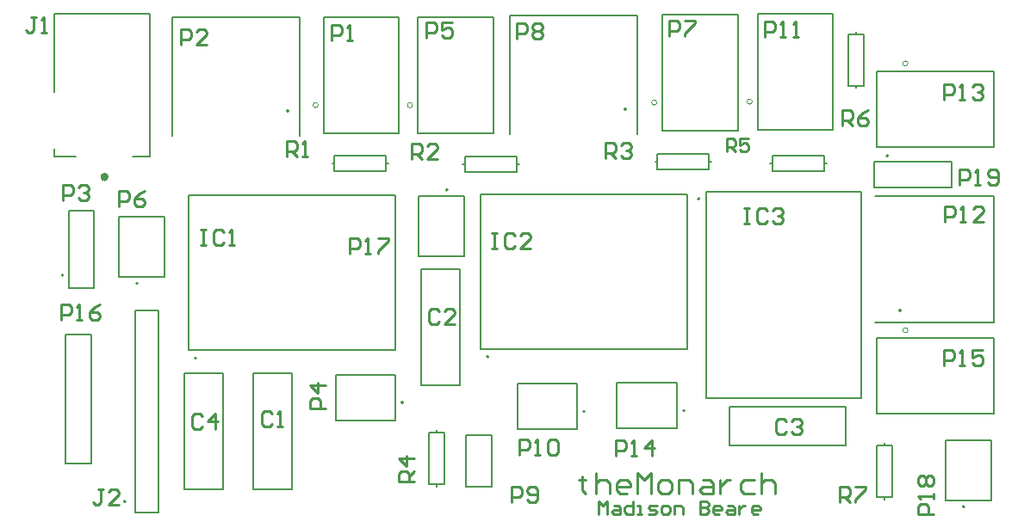
<source format=gbr>
%TF.GenerationSoftware,Altium Limited,Altium Designer,20.1.12 (249)*%
G04 Layer_Color=65535*
%FSLAX26Y26*%
%MOIN*%
%TF.SameCoordinates,01E7709E-0BC1-400C-968F-F7AE8F8D3573*%
%TF.FilePolarity,Positive*%
%TF.FileFunction,Legend,Top*%
%TF.Part,Single*%
G01*
G75*
%TA.AperFunction,NonConductor*%
%ADD73C,0.005000*%
%ADD74C,0.007874*%
%ADD75C,0.000000*%
%ADD76C,0.015748*%
%ADD77C,0.006000*%
%ADD78C,0.010000*%
D73*
X3419213Y862638D02*
G03*
X3419213Y862638I-5000J0D01*
G01*
X1049370Y1638347D02*
G03*
X1049370Y1638347I-5000J0D01*
G01*
X2355787Y1644213D02*
G03*
X2355787Y1644213I-5000J0D01*
G01*
X3315000Y1340787D02*
X3615000D01*
Y1439213D01*
X3315000D02*
X3615000D01*
X3315000Y1340787D02*
Y1439213D01*
X3777205Y1498543D02*
Y1789882D01*
X3324449Y1498543D02*
X3777205D01*
X3324449D02*
Y1789882D01*
X3777205D01*
X660000Y710000D02*
X1460000D01*
Y1310000D01*
X660000D02*
X1460000D01*
X660000Y710000D02*
Y1310000D01*
X1933228Y403071D02*
Y580236D01*
Y403071D02*
X2165512D01*
Y580236D01*
X1933228D02*
X2165512D01*
X2318858Y406417D02*
Y583583D01*
Y406417D02*
X2551142D01*
Y583583D01*
X2318858D02*
X2551142D01*
X1551417Y1073858D02*
Y1306142D01*
X1728583D01*
Y1073858D02*
Y1306142D01*
X1551417Y1073858D02*
X1728583D01*
X1229488Y438071D02*
Y615236D01*
Y438071D02*
X1461772D01*
Y615236D01*
X1229488D02*
X1461772D01*
X3777205Y464331D02*
Y755669D01*
X3324449Y464331D02*
X3777205D01*
X3324449D02*
Y755669D01*
X3777205D01*
X3768583Y128858D02*
Y361142D01*
X3591417Y128858D02*
X3768583D01*
X3591417D02*
Y361142D01*
X3768583D01*
X2665000Y525000D02*
Y1325000D01*
Y525000D02*
X3265000D01*
Y1325000D01*
X2665000D02*
X3265000D01*
X1790000Y715000D02*
X2590000D01*
Y1315000D01*
X1790000D02*
X2590000D01*
X1790000Y715000D02*
Y1315000D01*
X545276Y81221D02*
Y865472D01*
X453150D02*
X545276D01*
X453150Y81221D02*
Y865472D01*
Y81221D02*
X545276D01*
X2863543Y2015551D02*
X3154882D01*
Y1562795D02*
Y2015551D01*
X2863543Y1562795D02*
X3154882D01*
X2863543D02*
Y2015551D01*
X2494331Y2012205D02*
X2785669D01*
Y1559449D02*
Y2012205D01*
X2494331Y1559449D02*
X2785669D01*
X2494331D02*
Y2012205D01*
X1548543Y2002205D02*
X1839882D01*
Y1549449D02*
Y2002205D01*
X1548543Y1549449D02*
X1839882D01*
X1548543D02*
Y2002205D01*
X1183543D02*
X1474882D01*
Y1549449D02*
Y2002205D01*
X1183543Y1549449D02*
X1474882D01*
X1183543D02*
Y2002205D01*
X140000Y2015158D02*
X512165D01*
Y1460158D02*
Y2015158D01*
X140000Y1460158D02*
Y1490158D01*
X445000Y1460158D02*
X512165D01*
X140000Y1710158D02*
Y2015158D01*
Y1460158D02*
X225000D01*
X568583Y993858D02*
Y1226142D01*
X391417Y993858D02*
X568583D01*
X391417D02*
Y1226142D01*
X568583D01*
X294213Y950000D02*
Y1250000D01*
X195787D02*
X294213D01*
X195787Y950000D02*
Y1250000D01*
Y950000D02*
X294213D01*
D74*
X3368937Y1462835D02*
G03*
X3368937Y1462835I-3937J0D01*
G01*
X691890Y679291D02*
G03*
X691890Y679291I-3937J0D01*
G01*
X2195039Y471969D02*
G03*
X2195039Y471969I-3937J0D01*
G01*
X2580669Y475315D02*
G03*
X2580669Y475315I-3937J0D01*
G01*
X1663622Y1331732D02*
G03*
X1663622Y1331732I-3937J0D01*
G01*
X1491299Y506969D02*
G03*
X1491299Y506969I-3937J0D01*
G01*
X3664252Y103268D02*
G03*
X3664252Y103268I-3937J0D01*
G01*
X2638228Y1297047D02*
G03*
X2638228Y1297047I-3937J0D01*
G01*
X1821890Y684291D02*
G03*
X1821890Y684291I-3937J0D01*
G01*
X417716Y123347D02*
G03*
X417716Y123347I-3937J0D01*
G01*
X464252Y968268D02*
G03*
X464252Y968268I-3937J0D01*
G01*
X176102Y1000000D02*
G03*
X176102Y1000000I-3937J0D01*
G01*
X3245000Y1935000D02*
Y1944000D01*
Y1726000D02*
Y1735000D01*
Y1935000D02*
X3275000D01*
Y1735000D02*
Y1935000D01*
X3215000Y1735000D02*
X3275000D01*
X3215000D02*
Y1935000D01*
X3245000D01*
X645000Y620000D02*
X795000D01*
Y170000D02*
Y620000D01*
X645000Y170000D02*
X795000D01*
X645000D02*
Y620000D01*
X910000Y170000D02*
X1060000D01*
X910000D02*
Y620000D01*
X1060000D01*
Y170000D02*
Y620000D01*
X3355000Y140000D02*
X3385000D01*
Y340000D01*
X3325000D02*
X3385000D01*
X3325000Y140000D02*
Y340000D01*
Y140000D02*
X3355000D01*
Y340000D02*
Y349000D01*
Y131000D02*
Y140000D01*
X1560000Y575000D02*
X1710000D01*
X1560000D02*
Y1025000D01*
X1710000D01*
Y575000D02*
Y1025000D01*
X2920000Y1405000D02*
Y1435000D01*
Y1405000D02*
X3120000D01*
Y1465000D01*
X2920000D02*
X3120000D01*
X2920000Y1435000D02*
Y1465000D01*
X3120000Y1435000D02*
X3129000D01*
X2911000D02*
X2920000D01*
X2475000Y1410000D02*
Y1440000D01*
Y1410000D02*
X2675000D01*
Y1470000D01*
X2475000D02*
X2675000D01*
X2475000Y1440000D02*
Y1470000D01*
X2675000Y1440000D02*
X2684000D01*
X2466000D02*
X2475000D01*
X1730000Y1400000D02*
Y1430000D01*
Y1400000D02*
X1930000D01*
Y1460000D01*
X1730000D02*
X1930000D01*
X1730000Y1430000D02*
Y1460000D01*
X1930000Y1430000D02*
X1939000D01*
X1721000D02*
X1730000D01*
X1225000Y1405000D02*
Y1435000D01*
Y1405000D02*
X1425000D01*
Y1465000D01*
X1225000D02*
X1425000D01*
X1225000Y1435000D02*
Y1465000D01*
X1425000Y1435000D02*
X1434000D01*
X1216000D02*
X1225000D01*
X3205000Y340000D02*
Y490000D01*
X2755000Y340000D02*
X3205000D01*
X2755000D02*
Y490000D01*
X3205000D01*
X1590000Y390000D02*
X1620000D01*
X1590000Y190000D02*
Y390000D01*
Y190000D02*
X1650000D01*
Y390000D01*
X1620000D02*
X1650000D01*
X1620000Y181000D02*
Y190000D01*
Y390000D02*
Y399000D01*
X185000Y270000D02*
X285000D01*
X185000D02*
Y770000D01*
X285000Y270000D02*
Y770000D01*
X185000D02*
X285000D01*
X1735000Y380000D02*
X1835000D01*
Y180000D02*
Y380000D01*
X1735000Y180000D02*
X1835000D01*
X1735000D02*
Y380000D01*
D75*
X3444685Y1821378D02*
G03*
X3444685Y1821378I-10000J0D01*
G01*
Y787165D02*
G03*
X3444685Y787165I-10000J0D01*
G01*
X2842047Y1673032D02*
G03*
X2842047Y1673032I-10000J0D01*
G01*
X2472835Y1669685D02*
G03*
X2472835Y1669685I-10000J0D01*
G01*
X1527047Y1659685D02*
G03*
X1527047Y1659685I-10000J0D01*
G01*
X1162047D02*
G03*
X1162047Y1659685I-10000J0D01*
G01*
D76*
X342874Y1381417D02*
G03*
X342874Y1381417I-7874J0D01*
G01*
D77*
X3316575Y1308701D02*
X3777205D01*
X3316575Y816575D02*
X3777205D01*
Y1308701D01*
X598307Y1540709D02*
Y2001339D01*
X1090433Y1540709D02*
Y2001339D01*
X598307D02*
X1090433D01*
X1904724Y2007205D02*
X2396850D01*
Y1546575D02*
Y2007205D01*
X1904724Y1546575D02*
Y2007205D01*
D78*
X2247601Y75000D02*
Y124984D01*
X2264262Y108323D01*
X2280924Y124984D01*
Y75000D01*
X2305916Y108323D02*
X2322577D01*
X2330908Y99992D01*
Y75000D01*
X2305916D01*
X2297585Y83331D01*
X2305916Y91661D01*
X2330908D01*
X2380891Y124984D02*
Y75000D01*
X2355899D01*
X2347569Y83331D01*
Y99992D01*
X2355899Y108323D01*
X2380891D01*
X2397553Y75000D02*
X2414214D01*
X2405883D01*
Y108323D01*
X2397553D01*
X2439206Y75000D02*
X2464198D01*
X2472528Y83331D01*
X2464198Y91661D01*
X2447536D01*
X2439206Y99992D01*
X2447536Y108323D01*
X2472528D01*
X2497520Y75000D02*
X2514182D01*
X2522512Y83331D01*
Y99992D01*
X2514182Y108323D01*
X2497520D01*
X2489190Y99992D01*
Y83331D01*
X2497520Y75000D01*
X2539173D02*
Y108323D01*
X2564165D01*
X2572496Y99992D01*
Y75000D01*
X2639141Y124984D02*
Y75000D01*
X2664133D01*
X2672464Y83331D01*
Y91661D01*
X2664133Y99992D01*
X2639141D01*
X2664133D01*
X2672464Y108323D01*
Y116653D01*
X2664133Y124984D01*
X2639141D01*
X2714117Y75000D02*
X2697455D01*
X2689125Y83331D01*
Y99992D01*
X2697455Y108323D01*
X2714117D01*
X2722447Y99992D01*
Y91661D01*
X2689125D01*
X2747439Y108323D02*
X2764101D01*
X2772431Y99992D01*
Y75000D01*
X2747439D01*
X2739109Y83331D01*
X2747439Y91661D01*
X2772431D01*
X2789092Y108323D02*
Y75000D01*
Y91661D01*
X2797423Y99992D01*
X2805754Y108323D01*
X2814084D01*
X2864068Y75000D02*
X2847407D01*
X2839076Y83331D01*
Y99992D01*
X2847407Y108323D01*
X2864068D01*
X2872399Y99992D01*
Y91661D01*
X2839076D01*
X2183360Y221645D02*
Y208316D01*
X2170031D01*
X2196689D01*
X2183360D01*
Y168329D01*
X2196689Y155000D01*
X2236676Y234974D02*
Y155000D01*
Y194987D01*
X2250005Y208316D01*
X2276663D01*
X2289992Y194987D01*
Y155000D01*
X2356637D02*
X2329979D01*
X2316650Y168329D01*
Y194987D01*
X2329979Y208316D01*
X2356637D01*
X2369966Y194987D01*
Y181658D01*
X2316650D01*
X2396624Y155000D02*
Y234974D01*
X2423282Y208316D01*
X2449940Y234974D01*
Y155000D01*
X2489927D02*
X2516585D01*
X2529914Y168329D01*
Y194987D01*
X2516585Y208316D01*
X2489927D01*
X2476598Y194987D01*
Y168329D01*
X2489927Y155000D01*
X2556572D02*
Y208316D01*
X2596559D01*
X2609888Y194987D01*
Y155000D01*
X2649875Y208316D02*
X2676534D01*
X2689863Y194987D01*
Y155000D01*
X2649875D01*
X2636546Y168329D01*
X2649875Y181658D01*
X2689863D01*
X2716521Y208316D02*
Y155000D01*
Y181658D01*
X2729849Y194987D01*
X2743178Y208316D01*
X2756508D01*
X2849811D02*
X2809824D01*
X2796495Y194987D01*
Y168329D01*
X2809824Y155000D01*
X2849811D01*
X2876469Y234974D02*
Y155000D01*
Y194987D01*
X2889798Y208316D01*
X2916456D01*
X2929785Y194987D01*
Y155000D01*
X2315024Y300010D02*
Y359990D01*
X2345015D01*
X2355011Y349993D01*
Y330000D01*
X2345015Y320003D01*
X2315024D01*
X2375005Y300010D02*
X2394998D01*
X2385002D01*
Y359990D01*
X2375005Y349993D01*
X2454979Y300010D02*
Y359990D01*
X2424989Y330000D01*
X2464976D01*
X1940024Y305010D02*
Y364990D01*
X1970015D01*
X1980011Y354993D01*
Y335000D01*
X1970015Y325003D01*
X1940024D01*
X2000005Y305010D02*
X2019998D01*
X2010002D01*
Y364990D01*
X2000005Y354993D01*
X2049989D02*
X2059985Y364990D01*
X2079979D01*
X2089976Y354993D01*
Y315007D01*
X2079979Y305010D01*
X2059985D01*
X2049989Y315007D01*
Y354993D01*
X1189990Y485016D02*
X1130010D01*
Y515006D01*
X1140006Y525003D01*
X1160000D01*
X1169997Y515006D01*
Y485016D01*
X1189990Y574987D02*
X1130010D01*
X1160000Y544997D01*
Y584984D01*
X3543337Y74394D02*
X3483356D01*
Y104385D01*
X3493353Y114382D01*
X3513347D01*
X3523343Y104385D01*
Y74394D01*
X3543337Y134375D02*
Y154369D01*
Y144372D01*
X3483356D01*
X3493353Y134375D01*
Y184359D02*
X3483356Y194356D01*
Y214349D01*
X3493353Y224346D01*
X3503350D01*
X3513347Y214349D01*
X3523343Y224346D01*
X3533340D01*
X3543337Y214349D01*
Y194356D01*
X3533340Y184359D01*
X3523343D01*
X3513347Y194356D01*
X3503350Y184359D01*
X3493353D01*
X3513347Y194356D02*
Y214349D01*
X1285024Y1085010D02*
Y1144990D01*
X1315015D01*
X1325011Y1134994D01*
Y1115000D01*
X1315015Y1105003D01*
X1285024D01*
X1345005Y1085010D02*
X1364998D01*
X1355002D01*
Y1144990D01*
X1345005Y1134994D01*
X1394989Y1144990D02*
X1434976D01*
Y1134994D01*
X1394989Y1095006D01*
Y1085010D01*
X3645024Y1350010D02*
Y1409990D01*
X3675015D01*
X3685011Y1399994D01*
Y1380000D01*
X3675015Y1370003D01*
X3645024D01*
X3705005Y1350010D02*
X3724998D01*
X3715002D01*
Y1409990D01*
X3705005Y1399994D01*
X3754989Y1360006D02*
X3764985Y1350010D01*
X3784979D01*
X3794976Y1360006D01*
Y1399994D01*
X3784979Y1409990D01*
X3764985D01*
X3754989Y1399994D01*
Y1389997D01*
X3764985Y1380000D01*
X3794976D01*
X165812Y826663D02*
Y886644D01*
X195802D01*
X205799Y876647D01*
Y856654D01*
X195802Y846657D01*
X165812D01*
X225792Y826663D02*
X245786D01*
X235789D01*
Y886644D01*
X225792Y876647D01*
X315763Y886644D02*
X295770Y876647D01*
X275776Y856654D01*
Y836660D01*
X285773Y826663D01*
X305766D01*
X315763Y836660D01*
Y846657D01*
X305766Y856654D01*
X275776D01*
X1534990Y200016D02*
X1475010D01*
Y230006D01*
X1485006Y240003D01*
X1505000D01*
X1514997Y230006D01*
Y200016D01*
Y220010D02*
X1534990Y240003D01*
Y289987D02*
X1475010D01*
X1505000Y259997D01*
Y299984D01*
X3180016Y120010D02*
Y179990D01*
X3210006D01*
X3220003Y169994D01*
Y150000D01*
X3210006Y140003D01*
X3180016D01*
X3200010D02*
X3220003Y120010D01*
X3239997Y179990D02*
X3279984D01*
Y169994D01*
X3239997Y130006D01*
Y120010D01*
X3190016Y1580010D02*
Y1639990D01*
X3220006D01*
X3230003Y1629994D01*
Y1610000D01*
X3220006Y1600003D01*
X3190016D01*
X3210010D02*
X3230003Y1580010D01*
X3289984Y1639990D02*
X3269990Y1629994D01*
X3249997Y1610000D01*
Y1590006D01*
X3259994Y1580010D01*
X3279987D01*
X3289984Y1590006D01*
Y1600003D01*
X3279987Y1610000D01*
X3249997D01*
X2743347Y1480008D02*
Y1529992D01*
X2768339D01*
X2776669Y1521661D01*
Y1505000D01*
X2768339Y1496669D01*
X2743347D01*
X2760008D02*
X2776669Y1480008D01*
X2826653Y1529992D02*
X2793331D01*
Y1505000D01*
X2809992Y1513331D01*
X2818323D01*
X2826653Y1505000D01*
Y1488339D01*
X2818323Y1480008D01*
X2801661D01*
X2793331Y1488339D01*
X2275016Y1455010D02*
Y1514990D01*
X2305006D01*
X2315003Y1504994D01*
Y1485000D01*
X2305006Y1475003D01*
X2275016D01*
X2295010D02*
X2315003Y1455010D01*
X2334997Y1504994D02*
X2344994Y1514990D01*
X2364987D01*
X2374984Y1504994D01*
Y1494997D01*
X2364987Y1485000D01*
X2354990D01*
X2364987D01*
X2374984Y1475003D01*
Y1465006D01*
X2364987Y1455010D01*
X2344994D01*
X2334997Y1465006D01*
X1525016Y1450010D02*
Y1509990D01*
X1555006D01*
X1565003Y1499994D01*
Y1480000D01*
X1555006Y1470003D01*
X1525016D01*
X1545010D02*
X1565003Y1450010D01*
X1624984D02*
X1584997D01*
X1624984Y1489997D01*
Y1499994D01*
X1614987Y1509990D01*
X1594994D01*
X1584997Y1499994D01*
X3585024Y649222D02*
Y709203D01*
X3615015D01*
X3625011Y699206D01*
Y679213D01*
X3615015Y669216D01*
X3585024D01*
X3645005Y649222D02*
X3664998D01*
X3655002D01*
Y709203D01*
X3645005Y699206D01*
X3734976Y709203D02*
X3694989D01*
Y679213D01*
X3714982Y689209D01*
X3724979D01*
X3734976Y679213D01*
Y659219D01*
X3724979Y649222D01*
X3704985D01*
X3694989Y659219D01*
X3585024Y1679222D02*
Y1739203D01*
X3615015D01*
X3625011Y1729206D01*
Y1709213D01*
X3615015Y1699216D01*
X3585024D01*
X3645005Y1679222D02*
X3664998D01*
X3655002D01*
Y1739203D01*
X3645005Y1729206D01*
X3694989D02*
X3704985Y1739203D01*
X3724979D01*
X3734976Y1729206D01*
Y1719209D01*
X3724979Y1709213D01*
X3714982D01*
X3724979D01*
X3734976Y1699216D01*
Y1689219D01*
X3724979Y1679222D01*
X3704985D01*
X3694989Y1689219D01*
X3585812Y1206860D02*
Y1266841D01*
X3615802D01*
X3625799Y1256844D01*
Y1236850D01*
X3615802Y1226854D01*
X3585812D01*
X3645792Y1206860D02*
X3665786D01*
X3655789D01*
Y1266841D01*
X3645792Y1256844D01*
X3735763Y1206860D02*
X3695776D01*
X3735763Y1246847D01*
Y1256844D01*
X3725766Y1266841D01*
X3705773D01*
X3695776Y1256844D01*
X2890021Y1925010D02*
Y1984990D01*
X2920011D01*
X2930008Y1974994D01*
Y1955000D01*
X2920011Y1945003D01*
X2890021D01*
X2950002Y1925010D02*
X2969995D01*
X2959999D01*
Y1984990D01*
X2950002Y1974994D01*
X2999985Y1925010D02*
X3019979D01*
X3009982D01*
Y1984990D01*
X2999985Y1974994D01*
X1910016Y120010D02*
Y179990D01*
X1940006D01*
X1950003Y169994D01*
Y150000D01*
X1940006Y140003D01*
X1910016D01*
X1969997Y130006D02*
X1979994Y120010D01*
X1999987D01*
X2009984Y130006D01*
Y169994D01*
X1999987Y179990D01*
X1979994D01*
X1969997Y169994D01*
Y159997D01*
X1979994Y150000D01*
X2009984D01*
X1930804Y1916663D02*
Y1976644D01*
X1960794D01*
X1970791Y1966647D01*
Y1946653D01*
X1960794Y1936657D01*
X1930804D01*
X1990784Y1966647D02*
X2000781Y1976644D01*
X2020774D01*
X2030771Y1966647D01*
Y1956650D01*
X2020774Y1946653D01*
X2030771Y1936657D01*
Y1926660D01*
X2020774Y1916663D01*
X2000781D01*
X1990784Y1926660D01*
Y1936657D01*
X2000781Y1946653D01*
X1990784Y1956650D01*
Y1966647D01*
X2000781Y1946653D02*
X2020774D01*
X2520804Y1926663D02*
Y1986644D01*
X2550794D01*
X2560791Y1976647D01*
Y1956653D01*
X2550794Y1946657D01*
X2520804D01*
X2580784Y1986644D02*
X2620771D01*
Y1976647D01*
X2580784Y1936660D01*
Y1926663D01*
X390346Y1266630D02*
Y1326611D01*
X420337D01*
X430334Y1316614D01*
Y1296620D01*
X420337Y1286623D01*
X390346D01*
X490314Y1326611D02*
X470321Y1316614D01*
X450327Y1296620D01*
Y1276627D01*
X460324Y1266630D01*
X480317D01*
X490314Y1276627D01*
Y1286623D01*
X480317Y1296620D01*
X450327D01*
X1580016Y1920010D02*
Y1979990D01*
X1610006D01*
X1620003Y1969994D01*
Y1950000D01*
X1610006Y1940003D01*
X1580016D01*
X1679984Y1979990D02*
X1639997D01*
Y1950000D01*
X1659990Y1959997D01*
X1669987D01*
X1679984Y1950000D01*
Y1930006D01*
X1669987Y1920010D01*
X1649994D01*
X1639997Y1930006D01*
X174000Y1291000D02*
Y1350981D01*
X203990D01*
X213987Y1340984D01*
Y1320990D01*
X203990Y1310994D01*
X174000D01*
X233981Y1340984D02*
X243977Y1350981D01*
X263971D01*
X273968Y1340984D01*
Y1330987D01*
X263971Y1320990D01*
X253974D01*
X263971D01*
X273968Y1310994D01*
Y1300997D01*
X263971Y1291000D01*
X243977D01*
X233981Y1300997D01*
X630016Y1895010D02*
Y1954990D01*
X660006D01*
X670003Y1944994D01*
Y1925000D01*
X660006Y1915003D01*
X630016D01*
X729984Y1895010D02*
X689997D01*
X729984Y1934997D01*
Y1944994D01*
X719987Y1954990D01*
X699994D01*
X689997Y1944994D01*
X1215013Y1910010D02*
Y1969990D01*
X1245003D01*
X1255000Y1959994D01*
Y1940000D01*
X1245003Y1930003D01*
X1215013D01*
X1274994Y1910010D02*
X1294987D01*
X1284990D01*
Y1969990D01*
X1274994Y1959994D01*
X330003Y169990D02*
X310010D01*
X320007D01*
Y120007D01*
X310010Y110010D01*
X300013D01*
X290016Y120007D01*
X389984Y110010D02*
X349997D01*
X389984Y149997D01*
Y159994D01*
X379987Y169990D01*
X359994D01*
X349997Y159994D01*
X2810812Y1261644D02*
X2830805D01*
X2820809D01*
Y1201663D01*
X2810812D01*
X2830805D01*
X2900783Y1251647D02*
X2890786Y1261644D01*
X2870792D01*
X2860796Y1251647D01*
Y1211660D01*
X2870792Y1201663D01*
X2890786D01*
X2900783Y1211660D01*
X2920776Y1251647D02*
X2930773Y1261644D01*
X2950766D01*
X2960763Y1251647D01*
Y1241650D01*
X2950766Y1231653D01*
X2940770D01*
X2950766D01*
X2960763Y1221657D01*
Y1211660D01*
X2950766Y1201663D01*
X2930773D01*
X2920776Y1211660D01*
X1835024Y1164990D02*
X1855018D01*
X1845021D01*
Y1105010D01*
X1835024D01*
X1855018D01*
X1924995Y1154994D02*
X1914998Y1164990D01*
X1895005D01*
X1885008Y1154994D01*
Y1115006D01*
X1895005Y1105010D01*
X1914998D01*
X1924995Y1115006D01*
X1984976Y1105010D02*
X1944989D01*
X1984976Y1144997D01*
Y1154994D01*
X1974979Y1164990D01*
X1954986D01*
X1944989Y1154994D01*
X705808Y1176644D02*
X725802D01*
X715805D01*
Y1116663D01*
X705808D01*
X725802D01*
X795779Y1166647D02*
X785783Y1176644D01*
X765789D01*
X755792Y1166647D01*
Y1126660D01*
X765789Y1116663D01*
X785783D01*
X795779Y1126660D01*
X815773Y1116663D02*
X835766D01*
X825770D01*
Y1176644D01*
X815773Y1166647D01*
X715003Y454993D02*
X705006Y464990D01*
X685013D01*
X675016Y454993D01*
Y415007D01*
X685013Y405010D01*
X705006D01*
X715003Y415007D01*
X764987Y405010D02*
Y464990D01*
X734997Y435000D01*
X774984D01*
X2975003Y434993D02*
X2965006Y444990D01*
X2945013D01*
X2935016Y434993D01*
Y395007D01*
X2945013Y385010D01*
X2965006D01*
X2975003Y395007D01*
X2994997Y434993D02*
X3004994Y444990D01*
X3024987D01*
X3034984Y434993D01*
Y424997D01*
X3024987Y415000D01*
X3014990D01*
X3024987D01*
X3034984Y405003D01*
Y395007D01*
X3024987Y385010D01*
X3004994D01*
X2994997Y395007D01*
X1630003Y859994D02*
X1620006Y869990D01*
X1600013D01*
X1590016Y859994D01*
Y820006D01*
X1600013Y810010D01*
X1620006D01*
X1630003Y820006D01*
X1689984Y810010D02*
X1649997D01*
X1689984Y849997D01*
Y859994D01*
X1679987Y869990D01*
X1659994D01*
X1649997Y859994D01*
X1040013Y1460010D02*
Y1519990D01*
X1070003D01*
X1080000Y1509994D01*
Y1490000D01*
X1070003Y1480003D01*
X1040013D01*
X1060006D02*
X1080000Y1460010D01*
X1099994D02*
X1119987D01*
X1109990D01*
Y1519990D01*
X1099994Y1509994D01*
X70000Y1999597D02*
X50007D01*
X60003D01*
Y1949613D01*
X50007Y1939616D01*
X40010D01*
X30013Y1949613D01*
X89994Y1939616D02*
X109987D01*
X99990D01*
Y1999597D01*
X89994Y1989600D01*
X985000Y464993D02*
X975003Y474990D01*
X955010D01*
X945013Y464993D01*
Y425007D01*
X955010Y415010D01*
X975003D01*
X985000Y425007D01*
X1004994Y415010D02*
X1024987D01*
X1014990D01*
Y474990D01*
X1004994Y464993D01*
%TF.MD5,dc99dea45f26607288ab60b6234068f6*%
M02*

</source>
